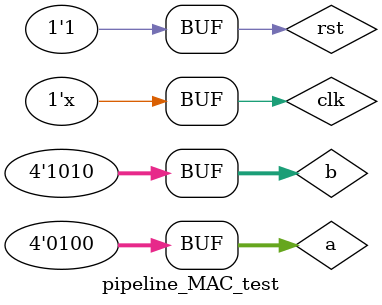
<source format=v>

module pipeline_MAC_test();

reg clk,rst;
reg[3:0]a,b;
wire[9:0]y;

pipeline_MAC UUT(clk, rst, a, b, y);

initial begin
rst=1'b0;
clk=1'b0;
#5;
rst=1'b1;
a=4'b0100;
b=4'b1010;
#10;
end
always #5 clk=~clk;
endmodule
</source>
